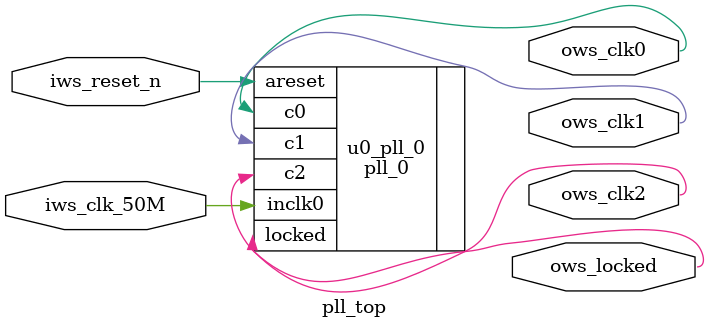
<source format=v>

module pll_top(
    input iws_reset_n,
    input iws_clk_50M,
    
    output ows_clk0,
    output ows_clk1,
    output ows_clk2,
    output ows_locked);


    pll_0 u0_pll_0(
	.areset(iws_reset_n),
	.inclk0(iws_clk_50M),
	.c0(ows_clk0),
	.c1(ows_clk1),
	.c2(ows_clk2),
	.locked(ows_locked));
    
    
endmodule
</source>
